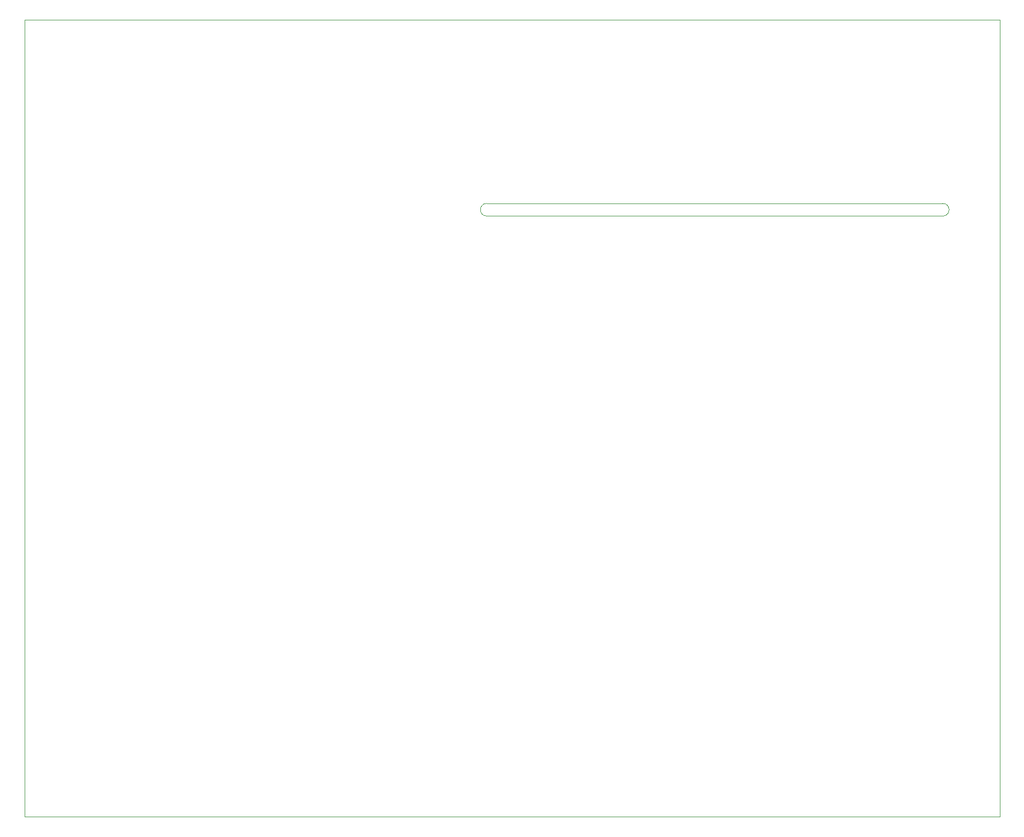
<source format=gm1>
G04 #@! TF.GenerationSoftware,KiCad,Pcbnew,(5.1.4)-1*
G04 #@! TF.CreationDate,2019-09-09T23:59:39+02:00*
G04 #@! TF.ProjectId,BBSensor,42425365-6e73-46f7-922e-6b696361645f,1.0*
G04 #@! TF.SameCoordinates,PXe4e1c0PY8677d40*
G04 #@! TF.FileFunction,Profile,NP*
%FSLAX46Y46*%
G04 Gerber Fmt 4.6, Leading zero omitted, Abs format (unit mm)*
G04 Created by KiCad (PCBNEW (5.1.4)-1) date 2019-09-09 23:59:39*
%MOMM*%
%LPD*%
G04 APERTURE LIST*
%ADD10C,0.050000*%
G04 APERTURE END LIST*
D10*
X145000000Y97000000D02*
G75*
G02X145000000Y95000000I0J-1000000D01*
G01*
X73000000Y95000000D02*
G75*
G02X73000000Y97000000I0J1000000D01*
G01*
X73000000Y95000000D02*
X145000000Y95000000D01*
X145000000Y97000000D02*
X73000000Y97000000D01*
X154000000Y126000000D02*
X154000000Y0D01*
X0Y126000000D02*
X0Y0D01*
X0Y0D02*
X154000000Y0D01*
X0Y126000000D02*
X154000000Y126000000D01*
M02*

</source>
